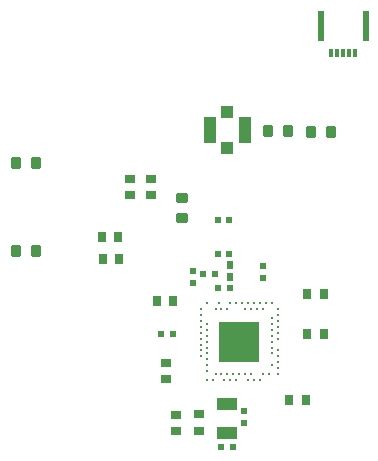
<source format=gtp>
G04*
G04 #@! TF.GenerationSoftware,Altium Limited,Altium Designer,19.1.7 (138)*
G04*
G04 Layer_Color=8421504*
%FSLAX25Y25*%
%MOIN*%
G70*
G01*
G75*
%ADD16R,0.03937X0.03937*%
%ADD17R,0.04134X0.08661*%
G04:AMPARAMS|DCode=18|XSize=39.37mil|YSize=35.43mil|CornerRadius=4.43mil|HoleSize=0mil|Usage=FLASHONLY|Rotation=90.000|XOffset=0mil|YOffset=0mil|HoleType=Round|Shape=RoundedRectangle|*
%AMROUNDEDRECTD18*
21,1,0.03937,0.02657,0,0,90.0*
21,1,0.03051,0.03543,0,0,90.0*
1,1,0.00886,0.01329,0.01526*
1,1,0.00886,0.01329,-0.01526*
1,1,0.00886,-0.01329,-0.01526*
1,1,0.00886,-0.01329,0.01526*
%
%ADD18ROUNDEDRECTD18*%
%ADD19R,0.01181X0.03150*%
%ADD20R,0.02362X0.10236*%
%ADD21R,0.02953X0.03740*%
%ADD22R,0.03740X0.02953*%
G04:AMPARAMS|DCode=23|XSize=39.37mil|YSize=35.43mil|CornerRadius=4.43mil|HoleSize=0mil|Usage=FLASHONLY|Rotation=0.000|XOffset=0mil|YOffset=0mil|HoleType=Round|Shape=RoundedRectangle|*
%AMROUNDEDRECTD23*
21,1,0.03937,0.02657,0,0,0.0*
21,1,0.03051,0.03543,0,0,0.0*
1,1,0.00886,0.01526,-0.01329*
1,1,0.00886,-0.01526,-0.01329*
1,1,0.00886,-0.01526,0.01329*
1,1,0.00886,0.01526,0.01329*
%
%ADD23ROUNDEDRECTD23*%
%ADD24R,0.07087X0.03937*%
%ADD25R,0.13494X0.13494*%
%ADD26C,0.01181*%
%ADD27R,0.02362X0.01968*%
%ADD28R,0.01968X0.02362*%
%ADD29R,0.01968X0.02559*%
D16*
X102500Y203594D02*
D03*
Y215406D02*
D03*
D17*
X96693Y209500D02*
D03*
X108307D02*
D03*
D18*
X137106Y209009D02*
D03*
X130413D02*
D03*
X122883Y209114D02*
D03*
X116190D02*
D03*
X32153Y169159D02*
D03*
X38846D02*
D03*
Y198500D02*
D03*
X32153D02*
D03*
D19*
X137220Y235275D02*
D03*
X145094D02*
D03*
X143126D02*
D03*
X141157D02*
D03*
X139189D02*
D03*
D20*
X148637Y244330D02*
D03*
X133677D02*
D03*
D21*
X129244Y155000D02*
D03*
X134756D02*
D03*
X129244Y141500D02*
D03*
X134756D02*
D03*
X123244Y119500D02*
D03*
X128756D02*
D03*
X84551Y152500D02*
D03*
X79039D02*
D03*
X66256Y174000D02*
D03*
X60744D02*
D03*
X66512Y166500D02*
D03*
X61000D02*
D03*
D22*
X93000Y114756D02*
D03*
Y109244D02*
D03*
X85500Y114695D02*
D03*
Y109184D02*
D03*
X82000Y126417D02*
D03*
Y131929D02*
D03*
X77000Y187744D02*
D03*
Y193256D02*
D03*
X70000Y187744D02*
D03*
Y193256D02*
D03*
D23*
X87500Y180154D02*
D03*
Y186846D02*
D03*
D24*
X102465Y108396D02*
D03*
Y118239D02*
D03*
D25*
X106500Y139016D02*
D03*
D26*
X119295Y149843D02*
D03*
Y147874D02*
D03*
Y145905D02*
D03*
Y143937D02*
D03*
Y141969D02*
D03*
Y140000D02*
D03*
Y136063D02*
D03*
Y134095D02*
D03*
Y132126D02*
D03*
Y130157D02*
D03*
Y128189D02*
D03*
X117327Y151811D02*
D03*
Y146890D02*
D03*
Y144921D02*
D03*
Y142953D02*
D03*
Y140984D02*
D03*
Y139016D02*
D03*
Y137047D02*
D03*
Y135079D02*
D03*
Y131142D02*
D03*
X116342Y128189D02*
D03*
X115358Y151811D02*
D03*
X114374Y149843D02*
D03*
Y128189D02*
D03*
X113390Y151811D02*
D03*
Y126221D02*
D03*
X112406Y149843D02*
D03*
X111421Y151811D02*
D03*
Y126221D02*
D03*
X110437Y149843D02*
D03*
Y128189D02*
D03*
X109453Y151811D02*
D03*
Y126221D02*
D03*
X108468Y149843D02*
D03*
Y128189D02*
D03*
X107484Y151811D02*
D03*
X106500Y128189D02*
D03*
X105516Y151811D02*
D03*
Y126221D02*
D03*
X104532Y128189D02*
D03*
X103547Y151811D02*
D03*
Y126221D02*
D03*
X102563Y149843D02*
D03*
Y128189D02*
D03*
X101579Y126221D02*
D03*
X100594Y149843D02*
D03*
Y128189D02*
D03*
X99610Y151811D02*
D03*
X98626Y128189D02*
D03*
X97642Y126221D02*
D03*
X98626Y149843D02*
D03*
X95673Y151811D02*
D03*
Y144921D02*
D03*
Y142953D02*
D03*
Y140984D02*
D03*
Y139016D02*
D03*
Y137047D02*
D03*
Y135079D02*
D03*
Y133110D02*
D03*
Y131142D02*
D03*
Y129173D02*
D03*
Y126221D02*
D03*
X93705Y149843D02*
D03*
Y145905D02*
D03*
Y143937D02*
D03*
Y141969D02*
D03*
Y140000D02*
D03*
Y138031D02*
D03*
Y136063D02*
D03*
Y134095D02*
D03*
Y147874D02*
D03*
D27*
X100398Y103868D02*
D03*
X104335D02*
D03*
X80516Y141673D02*
D03*
X84453D02*
D03*
X103269Y168175D02*
D03*
X99331D02*
D03*
X94532Y161675D02*
D03*
X98469D02*
D03*
X103447Y156935D02*
D03*
X99510D02*
D03*
X99331Y179405D02*
D03*
X103269D02*
D03*
D28*
X108173Y111939D02*
D03*
Y115876D02*
D03*
X91047Y158701D02*
D03*
Y162638D02*
D03*
X114374Y160275D02*
D03*
Y164213D02*
D03*
D29*
X103479Y160665D02*
D03*
X103479Y164406D02*
D03*
M02*

</source>
